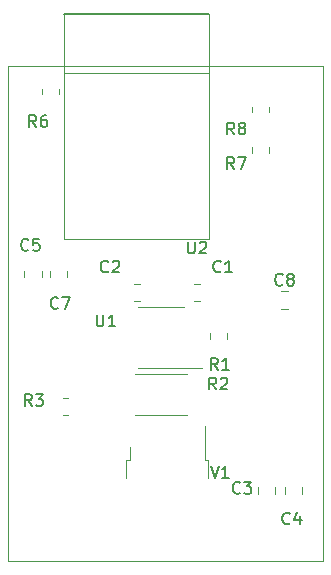
<source format=gto>
%TF.GenerationSoftware,KiCad,Pcbnew,(5.1.7)-1*%
%TF.CreationDate,2021-06-20T23:08:26+01:00*%
%TF.ProjectId,RcCtlHw,52634374-6c48-4772-9e6b-696361645f70,rev?*%
%TF.SameCoordinates,Original*%
%TF.FileFunction,Legend,Top*%
%TF.FilePolarity,Positive*%
%FSLAX46Y46*%
G04 Gerber Fmt 4.6, Leading zero omitted, Abs format (unit mm)*
G04 Created by KiCad (PCBNEW (5.1.7)-1) date 2021-06-20 23:08:26*
%MOMM*%
%LPD*%
G01*
G04 APERTURE LIST*
%TA.AperFunction,Profile*%
%ADD10C,0.050000*%
%TD*%
%ADD11C,0.150000*%
%ADD12C,0.120000*%
G04 APERTURE END LIST*
D10*
X114300000Y-84455000D02*
X140970000Y-84455000D01*
X140970000Y-84455000D02*
X140970000Y-84836000D01*
X114300000Y-84709000D02*
X114300000Y-84455000D01*
X140970000Y-126365000D02*
X140970000Y-119380000D01*
X114300000Y-126365000D02*
X140970000Y-126365000D01*
X114300000Y-119380000D02*
X114300000Y-126365000D01*
X114300000Y-119380000D02*
X114300000Y-84709000D01*
X140970000Y-84836000D02*
X140970000Y-119380000D01*
D11*
%TO.C,U2*%
X119036000Y-80085001D02*
X131336000Y-80085001D01*
D12*
X119036000Y-99085001D02*
X131336000Y-99085001D01*
X131336000Y-99085001D02*
X131336000Y-85085001D01*
X131336000Y-85085001D02*
X119036000Y-85085001D01*
X119036000Y-85085001D02*
X119036000Y-99085001D01*
X119036000Y-85085001D02*
X119036000Y-80085001D01*
X131336000Y-85085001D02*
X131336000Y-80085001D01*
%TO.C,R3*%
X118898936Y-112549000D02*
X119353064Y-112549000D01*
X118898936Y-114019000D02*
X119353064Y-114019000D01*
%TO.C,C1*%
X130563252Y-102897000D02*
X130040748Y-102897000D01*
X130563252Y-104367000D02*
X130040748Y-104367000D01*
%TO.C,C2*%
X124960748Y-104367000D02*
X125483252Y-104367000D01*
X124960748Y-102897000D02*
X125483252Y-102897000D01*
%TO.C,R2*%
X129431064Y-110558000D02*
X125076936Y-110558000D01*
X129431064Y-113978000D02*
X125076936Y-113978000D01*
%TO.C,R6*%
X118591000Y-86386936D02*
X118591000Y-86841064D01*
X117121000Y-86386936D02*
X117121000Y-86841064D01*
%TO.C,C4*%
X137695000Y-120134748D02*
X137695000Y-120657252D01*
X139165000Y-120134748D02*
X139165000Y-120657252D01*
%TO.C,R1*%
X131345000Y-107087936D02*
X131345000Y-107542064D01*
X132815000Y-107087936D02*
X132815000Y-107542064D01*
%TO.C,U1*%
X127254000Y-110002000D02*
X130704000Y-110002000D01*
X127254000Y-110002000D02*
X125304000Y-110002000D01*
X127254000Y-104882000D02*
X129204000Y-104882000D01*
X127254000Y-104882000D02*
X125304000Y-104882000D01*
%TO.C,R8*%
X134901000Y-87910936D02*
X134901000Y-88365064D01*
X136371000Y-87910936D02*
X136371000Y-88365064D01*
%TO.C,C3*%
X136879000Y-120134748D02*
X136879000Y-120657252D01*
X135409000Y-120134748D02*
X135409000Y-120657252D01*
%TO.C,C5*%
X115673200Y-101821348D02*
X115673200Y-102343852D01*
X117143200Y-101821348D02*
X117143200Y-102343852D01*
%TO.C,R7*%
X136371000Y-91339936D02*
X136371000Y-91794064D01*
X134901000Y-91339936D02*
X134901000Y-91794064D01*
%TO.C,V1*%
X124582000Y-117799000D02*
X124582000Y-116699000D01*
X124312000Y-117799000D02*
X124582000Y-117799000D01*
X124312000Y-119299000D02*
X124312000Y-117799000D01*
X130942000Y-117799000D02*
X130942000Y-114969000D01*
X131212000Y-117799000D02*
X130942000Y-117799000D01*
X131212000Y-119299000D02*
X131212000Y-117799000D01*
%TO.C,C7*%
X117832200Y-101795948D02*
X117832200Y-102318452D01*
X119302200Y-101795948D02*
X119302200Y-102318452D01*
%TO.C,C8*%
X137432148Y-103532000D02*
X137954652Y-103532000D01*
X137432148Y-105002000D02*
X137954652Y-105002000D01*
%TD*%
%TO.C,U2*%
D11*
X129514695Y-99325180D02*
X129514695Y-100134704D01*
X129562314Y-100229942D01*
X129609933Y-100277561D01*
X129705171Y-100325180D01*
X129895647Y-100325180D01*
X129990885Y-100277561D01*
X130038504Y-100229942D01*
X130086123Y-100134704D01*
X130086123Y-99325180D01*
X130514695Y-99420419D02*
X130562314Y-99372800D01*
X130657552Y-99325180D01*
X130895647Y-99325180D01*
X130990885Y-99372800D01*
X131038504Y-99420419D01*
X131086123Y-99515657D01*
X131086123Y-99610895D01*
X131038504Y-99753752D01*
X130467076Y-100325180D01*
X131086123Y-100325180D01*
%TO.C,R3*%
X116292333Y-113228380D02*
X115959000Y-112752190D01*
X115720904Y-113228380D02*
X115720904Y-112228380D01*
X116101857Y-112228380D01*
X116197095Y-112276000D01*
X116244714Y-112323619D01*
X116292333Y-112418857D01*
X116292333Y-112561714D01*
X116244714Y-112656952D01*
X116197095Y-112704571D01*
X116101857Y-112752190D01*
X115720904Y-112752190D01*
X116625666Y-112228380D02*
X117244714Y-112228380D01*
X116911380Y-112609333D01*
X117054238Y-112609333D01*
X117149476Y-112656952D01*
X117197095Y-112704571D01*
X117244714Y-112799809D01*
X117244714Y-113037904D01*
X117197095Y-113133142D01*
X117149476Y-113180761D01*
X117054238Y-113228380D01*
X116768523Y-113228380D01*
X116673285Y-113180761D01*
X116625666Y-113133142D01*
%TO.C,C1*%
X132294333Y-101830142D02*
X132246714Y-101877761D01*
X132103857Y-101925380D01*
X132008619Y-101925380D01*
X131865761Y-101877761D01*
X131770523Y-101782523D01*
X131722904Y-101687285D01*
X131675285Y-101496809D01*
X131675285Y-101353952D01*
X131722904Y-101163476D01*
X131770523Y-101068238D01*
X131865761Y-100973000D01*
X132008619Y-100925380D01*
X132103857Y-100925380D01*
X132246714Y-100973000D01*
X132294333Y-101020619D01*
X133246714Y-101925380D02*
X132675285Y-101925380D01*
X132961000Y-101925380D02*
X132961000Y-100925380D01*
X132865761Y-101068238D01*
X132770523Y-101163476D01*
X132675285Y-101211095D01*
%TO.C,C2*%
X122769333Y-101830142D02*
X122721714Y-101877761D01*
X122578857Y-101925380D01*
X122483619Y-101925380D01*
X122340761Y-101877761D01*
X122245523Y-101782523D01*
X122197904Y-101687285D01*
X122150285Y-101496809D01*
X122150285Y-101353952D01*
X122197904Y-101163476D01*
X122245523Y-101068238D01*
X122340761Y-100973000D01*
X122483619Y-100925380D01*
X122578857Y-100925380D01*
X122721714Y-100973000D01*
X122769333Y-101020619D01*
X123150285Y-101020619D02*
X123197904Y-100973000D01*
X123293142Y-100925380D01*
X123531238Y-100925380D01*
X123626476Y-100973000D01*
X123674095Y-101020619D01*
X123721714Y-101115857D01*
X123721714Y-101211095D01*
X123674095Y-101353952D01*
X123102666Y-101925380D01*
X123721714Y-101925380D01*
%TO.C,R2*%
X131913333Y-111831380D02*
X131580000Y-111355190D01*
X131341904Y-111831380D02*
X131341904Y-110831380D01*
X131722857Y-110831380D01*
X131818095Y-110879000D01*
X131865714Y-110926619D01*
X131913333Y-111021857D01*
X131913333Y-111164714D01*
X131865714Y-111259952D01*
X131818095Y-111307571D01*
X131722857Y-111355190D01*
X131341904Y-111355190D01*
X132294285Y-110926619D02*
X132341904Y-110879000D01*
X132437142Y-110831380D01*
X132675238Y-110831380D01*
X132770476Y-110879000D01*
X132818095Y-110926619D01*
X132865714Y-111021857D01*
X132865714Y-111117095D01*
X132818095Y-111259952D01*
X132246666Y-111831380D01*
X132865714Y-111831380D01*
%TO.C,R6*%
X116673333Y-89606380D02*
X116340000Y-89130190D01*
X116101904Y-89606380D02*
X116101904Y-88606380D01*
X116482857Y-88606380D01*
X116578095Y-88654000D01*
X116625714Y-88701619D01*
X116673333Y-88796857D01*
X116673333Y-88939714D01*
X116625714Y-89034952D01*
X116578095Y-89082571D01*
X116482857Y-89130190D01*
X116101904Y-89130190D01*
X117530476Y-88606380D02*
X117340000Y-88606380D01*
X117244761Y-88654000D01*
X117197142Y-88701619D01*
X117101904Y-88844476D01*
X117054285Y-89034952D01*
X117054285Y-89415904D01*
X117101904Y-89511142D01*
X117149523Y-89558761D01*
X117244761Y-89606380D01*
X117435238Y-89606380D01*
X117530476Y-89558761D01*
X117578095Y-89511142D01*
X117625714Y-89415904D01*
X117625714Y-89177809D01*
X117578095Y-89082571D01*
X117530476Y-89034952D01*
X117435238Y-88987333D01*
X117244761Y-88987333D01*
X117149523Y-89034952D01*
X117101904Y-89082571D01*
X117054285Y-89177809D01*
%TO.C,C4*%
X138136333Y-123166142D02*
X138088714Y-123213761D01*
X137945857Y-123261380D01*
X137850619Y-123261380D01*
X137707761Y-123213761D01*
X137612523Y-123118523D01*
X137564904Y-123023285D01*
X137517285Y-122832809D01*
X137517285Y-122689952D01*
X137564904Y-122499476D01*
X137612523Y-122404238D01*
X137707761Y-122309000D01*
X137850619Y-122261380D01*
X137945857Y-122261380D01*
X138088714Y-122309000D01*
X138136333Y-122356619D01*
X138993476Y-122594714D02*
X138993476Y-123261380D01*
X138755380Y-122213761D02*
X138517285Y-122928047D01*
X139136333Y-122928047D01*
%TO.C,R1*%
X132040333Y-110180380D02*
X131707000Y-109704190D01*
X131468904Y-110180380D02*
X131468904Y-109180380D01*
X131849857Y-109180380D01*
X131945095Y-109228000D01*
X131992714Y-109275619D01*
X132040333Y-109370857D01*
X132040333Y-109513714D01*
X131992714Y-109608952D01*
X131945095Y-109656571D01*
X131849857Y-109704190D01*
X131468904Y-109704190D01*
X132992714Y-110180380D02*
X132421285Y-110180380D01*
X132707000Y-110180380D02*
X132707000Y-109180380D01*
X132611761Y-109323238D01*
X132516523Y-109418476D01*
X132421285Y-109466095D01*
%TO.C,U1*%
X121793095Y-105497380D02*
X121793095Y-106306904D01*
X121840714Y-106402142D01*
X121888333Y-106449761D01*
X121983571Y-106497380D01*
X122174047Y-106497380D01*
X122269285Y-106449761D01*
X122316904Y-106402142D01*
X122364523Y-106306904D01*
X122364523Y-105497380D01*
X123364523Y-106497380D02*
X122793095Y-106497380D01*
X123078809Y-106497380D02*
X123078809Y-105497380D01*
X122983571Y-105640238D01*
X122888333Y-105735476D01*
X122793095Y-105783095D01*
%TO.C,R8*%
X133437333Y-90241380D02*
X133104000Y-89765190D01*
X132865904Y-90241380D02*
X132865904Y-89241380D01*
X133246857Y-89241380D01*
X133342095Y-89289000D01*
X133389714Y-89336619D01*
X133437333Y-89431857D01*
X133437333Y-89574714D01*
X133389714Y-89669952D01*
X133342095Y-89717571D01*
X133246857Y-89765190D01*
X132865904Y-89765190D01*
X134008761Y-89669952D02*
X133913523Y-89622333D01*
X133865904Y-89574714D01*
X133818285Y-89479476D01*
X133818285Y-89431857D01*
X133865904Y-89336619D01*
X133913523Y-89289000D01*
X134008761Y-89241380D01*
X134199238Y-89241380D01*
X134294476Y-89289000D01*
X134342095Y-89336619D01*
X134389714Y-89431857D01*
X134389714Y-89479476D01*
X134342095Y-89574714D01*
X134294476Y-89622333D01*
X134199238Y-89669952D01*
X134008761Y-89669952D01*
X133913523Y-89717571D01*
X133865904Y-89765190D01*
X133818285Y-89860428D01*
X133818285Y-90050904D01*
X133865904Y-90146142D01*
X133913523Y-90193761D01*
X134008761Y-90241380D01*
X134199238Y-90241380D01*
X134294476Y-90193761D01*
X134342095Y-90146142D01*
X134389714Y-90050904D01*
X134389714Y-89860428D01*
X134342095Y-89765190D01*
X134294476Y-89717571D01*
X134199238Y-89669952D01*
%TO.C,C3*%
X133919933Y-120575342D02*
X133872314Y-120622961D01*
X133729457Y-120670580D01*
X133634219Y-120670580D01*
X133491361Y-120622961D01*
X133396123Y-120527723D01*
X133348504Y-120432485D01*
X133300885Y-120242009D01*
X133300885Y-120099152D01*
X133348504Y-119908676D01*
X133396123Y-119813438D01*
X133491361Y-119718200D01*
X133634219Y-119670580D01*
X133729457Y-119670580D01*
X133872314Y-119718200D01*
X133919933Y-119765819D01*
X134253266Y-119670580D02*
X134872314Y-119670580D01*
X134538980Y-120051533D01*
X134681838Y-120051533D01*
X134777076Y-120099152D01*
X134824695Y-120146771D01*
X134872314Y-120242009D01*
X134872314Y-120480104D01*
X134824695Y-120575342D01*
X134777076Y-120622961D01*
X134681838Y-120670580D01*
X134396123Y-120670580D01*
X134300885Y-120622961D01*
X134253266Y-120575342D01*
%TO.C,C5*%
X116012933Y-100001342D02*
X115965314Y-100048961D01*
X115822457Y-100096580D01*
X115727219Y-100096580D01*
X115584361Y-100048961D01*
X115489123Y-99953723D01*
X115441504Y-99858485D01*
X115393885Y-99668009D01*
X115393885Y-99525152D01*
X115441504Y-99334676D01*
X115489123Y-99239438D01*
X115584361Y-99144200D01*
X115727219Y-99096580D01*
X115822457Y-99096580D01*
X115965314Y-99144200D01*
X116012933Y-99191819D01*
X116917695Y-99096580D02*
X116441504Y-99096580D01*
X116393885Y-99572771D01*
X116441504Y-99525152D01*
X116536742Y-99477533D01*
X116774838Y-99477533D01*
X116870076Y-99525152D01*
X116917695Y-99572771D01*
X116965314Y-99668009D01*
X116965314Y-99906104D01*
X116917695Y-100001342D01*
X116870076Y-100048961D01*
X116774838Y-100096580D01*
X116536742Y-100096580D01*
X116441504Y-100048961D01*
X116393885Y-100001342D01*
%TO.C,R7*%
X133437333Y-93162380D02*
X133104000Y-92686190D01*
X132865904Y-93162380D02*
X132865904Y-92162380D01*
X133246857Y-92162380D01*
X133342095Y-92210000D01*
X133389714Y-92257619D01*
X133437333Y-92352857D01*
X133437333Y-92495714D01*
X133389714Y-92590952D01*
X133342095Y-92638571D01*
X133246857Y-92686190D01*
X132865904Y-92686190D01*
X133770666Y-92162380D02*
X134437333Y-92162380D01*
X134008761Y-93162380D01*
%TO.C,V1*%
X131452476Y-118324380D02*
X131785809Y-119324380D01*
X132119142Y-118324380D01*
X132976285Y-119324380D02*
X132404857Y-119324380D01*
X132690571Y-119324380D02*
X132690571Y-118324380D01*
X132595333Y-118467238D01*
X132500095Y-118562476D01*
X132404857Y-118610095D01*
%TO.C,C7*%
X118502133Y-104928942D02*
X118454514Y-104976561D01*
X118311657Y-105024180D01*
X118216419Y-105024180D01*
X118073561Y-104976561D01*
X117978323Y-104881323D01*
X117930704Y-104786085D01*
X117883085Y-104595609D01*
X117883085Y-104452752D01*
X117930704Y-104262276D01*
X117978323Y-104167038D01*
X118073561Y-104071800D01*
X118216419Y-104024180D01*
X118311657Y-104024180D01*
X118454514Y-104071800D01*
X118502133Y-104119419D01*
X118835466Y-104024180D02*
X119502133Y-104024180D01*
X119073561Y-105024180D01*
%TO.C,C8*%
X137526733Y-102944142D02*
X137479114Y-102991761D01*
X137336257Y-103039380D01*
X137241019Y-103039380D01*
X137098161Y-102991761D01*
X137002923Y-102896523D01*
X136955304Y-102801285D01*
X136907685Y-102610809D01*
X136907685Y-102467952D01*
X136955304Y-102277476D01*
X137002923Y-102182238D01*
X137098161Y-102087000D01*
X137241019Y-102039380D01*
X137336257Y-102039380D01*
X137479114Y-102087000D01*
X137526733Y-102134619D01*
X138098161Y-102467952D02*
X138002923Y-102420333D01*
X137955304Y-102372714D01*
X137907685Y-102277476D01*
X137907685Y-102229857D01*
X137955304Y-102134619D01*
X138002923Y-102087000D01*
X138098161Y-102039380D01*
X138288638Y-102039380D01*
X138383876Y-102087000D01*
X138431495Y-102134619D01*
X138479114Y-102229857D01*
X138479114Y-102277476D01*
X138431495Y-102372714D01*
X138383876Y-102420333D01*
X138288638Y-102467952D01*
X138098161Y-102467952D01*
X138002923Y-102515571D01*
X137955304Y-102563190D01*
X137907685Y-102658428D01*
X137907685Y-102848904D01*
X137955304Y-102944142D01*
X138002923Y-102991761D01*
X138098161Y-103039380D01*
X138288638Y-103039380D01*
X138383876Y-102991761D01*
X138431495Y-102944142D01*
X138479114Y-102848904D01*
X138479114Y-102658428D01*
X138431495Y-102563190D01*
X138383876Y-102515571D01*
X138288638Y-102467952D01*
%TD*%
M02*

</source>
